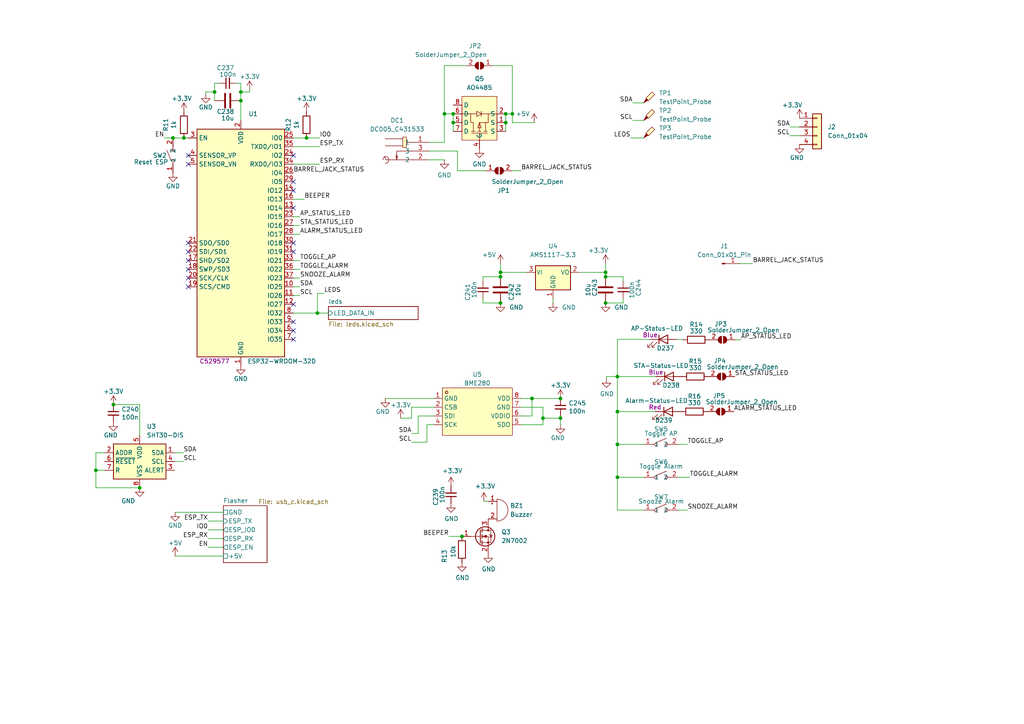
<source format=kicad_sch>
(kicad_sch (version 20230121) (generator eeschema)
  (paper "A4")
  (lib_symbols
    (symbol "Connector:Conn_01x01_Pin" (pin_names (offset 1.016) hide)
      (property "Reference" "J" (at 0 2.54 0))
      (property "Value" "Conn_01x01_Pin" (at 0 -2.54 0))
      (symbol "Conn_01x01_Pin_1_1"
        (polyline (pts (xy 1.27 0) (xy 0.8636 0)) (stroke (width 0.1524)))
        (rectangle (start 0.8636 0.127) (end 0 -0.127) (stroke (width 0.1524)) (fill (type outline)))
        (pin passive line (at 5.08 0 180) (length 3.81) (name "Pin_1") (number "1"))
      )
    )
    (symbol "Connector:TestPoint_Probe" (pin_numbers hide) (pin_names (offset 0.762) hide)
      (property "Reference" "TP" (at 1.651 5.842 0))
      (property "Value" "TestPoint_Probe" (at 1.651 4.064 0))
      (symbol "TestPoint_Probe_0_1"
        (polyline (pts (xy 1.27 0.762) (xy 0 0) (xy 0.762 1.27) (xy 1.27 0.762)) (fill (type outline)))
        (polyline (pts (xy 1.397 0.635) (xy 0.635 1.397) (xy 2.413 3.175) (xy 3.175 2.413) (xy 1.397 0.635)) (fill (type background)))
      )
      (symbol "TestPoint_Probe_1_1"
        (pin passive line (at 0 0 90) (length 0) (name "1") (number "1"))
      )
    )
    (symbol "Connector_Generic:Conn_01x04" (pin_names (offset 1.016) hide)
      (property "Reference" "J" (at 0 5.08 0))
      (property "Value" "Conn_01x04" (at 0 -7.62 0))
      (symbol "Conn_01x04_1_1"
        (rectangle (start -1.27 -4.953) (end 0 -5.207) (stroke (width 0.1524)))
        (rectangle (start -1.27 -2.413) (end 0 -2.667) (stroke (width 0.1524)))
        (rectangle (start -1.27 0.127) (end 0 -0.127) (stroke (width 0.1524)))
        (rectangle (start -1.27 2.667) (end 0 2.413) (stroke (width 0.1524)))
        (rectangle (start -1.27 3.81) (end 1.27 -6.35) (stroke (width 0.254)) (fill (type background)))
        (pin passive line (at -5.08 2.54 0) (length 3.81) (name "Pin_1") (number "1"))
        (pin passive line (at -5.08 0 0) (length 3.81) (name "Pin_2") (number "2"))
        (pin passive line (at -5.08 -2.54 0) (length 3.81) (name "Pin_3") (number "3"))
        (pin passive line (at -5.08 -5.08 0) (length 3.81) (name "Pin_4") (number "4"))
      )
    )
    (symbol "Device:Buzzer" (pin_names (offset 0.0254) hide)
      (property "Reference" "BZ" (at 3.81 1.27 0))
      (property "Value" "Buzzer" (at 3.81 -1.27 0))
      (symbol "Buzzer_0_1"
        (arc (start 0 -3.175) (mid 3.1612 0) (end 0 3.175))
        (polyline (pts (xy -1.651 1.905) (xy -1.143 1.905)))
        (polyline (pts (xy -1.397 2.159) (xy -1.397 1.651)))
        (polyline (pts (xy 0 3.175) (xy 0 -3.175)))
      )
      (symbol "Buzzer_1_1"
        (pin passive line (at -2.54 2.54 0) (length 2.54) (name "-") (number "1"))
        (pin passive line (at -2.54 -2.54 0) (length 2.54) (name "+") (number "2"))
      )
    )
    (symbol "Device:C" (pin_numbers hide) (pin_names (offset 0.254))
      (property "Reference" "C" (at 0.635 2.54 0))
      (property "Value" "C" (at 0.635 -2.54 0))
      (symbol "C_0_1"
        (polyline (pts (xy -2.032 -0.762) (xy 2.032 -0.762)) (stroke (width 0.508)))
        (polyline (pts (xy -2.032 0.762) (xy 2.032 0.762)) (stroke (width 0.508)))
      )
      (symbol "C_1_1"
        (pin passive line (at 0 3.81 270) (length 2.794) (name "~") (number "1"))
        (pin passive line (at 0 -3.81 90) (length 2.794) (name "~") (number "2"))
      )
    )
    (symbol "Device:C_Small" (pin_numbers hide) (pin_names (offset 0.254) hide)
      (property "Reference" "C" (at 0.254 1.778 0))
      (property "Value" "C_Small" (at 0.254 -2.032 0))
      (symbol "C_Small_0_1"
        (polyline (pts (xy -1.524 -0.508) (xy 1.524 -0.508)) (stroke (width 0.3302)))
        (polyline (pts (xy -1.524 0.508) (xy 1.524 0.508)) (stroke (width 0.3048)))
      )
      (symbol "C_Small_1_1"
        (pin passive line (at 0 2.54 270) (length 2.032) (name "~") (number "1"))
        (pin passive line (at 0 -2.54 90) (length 2.032) (name "~") (number "2"))
      )
    )
    (symbol "Device:LED" (pin_numbers hide) (pin_names (offset 1.016) hide)
      (property "Reference" "D" (at 0 2.54 0))
      (property "Value" "LED" (at 0 -2.54 0))
      (symbol "LED_0_1"
        (polyline (pts (xy -1.27 -1.27) (xy -1.27 1.27)) (stroke (width 0.254)))
        (polyline (pts (xy -1.27 0) (xy 1.27 0)))
        (polyline (pts (xy 1.27 -1.27) (xy 1.27 1.27) (xy -1.27 0) (xy 1.27 -1.27)) (stroke (width 0.254)))
        (polyline (pts (xy -3.048 -0.762) (xy -4.572 -2.286) (xy -3.81 -2.286) (xy -4.572 -2.286) (xy -4.572 -1.524)))
        (polyline (pts (xy -1.778 -0.762) (xy -3.302 -2.286) (xy -2.54 -2.286) (xy -3.302 -2.286) (xy -3.302 -1.524)))
      )
      (symbol "LED_1_1"
        (pin passive line (at -3.81 0 0) (length 2.54) (name "K") (number "1"))
        (pin passive line (at 3.81 0 180) (length 2.54) (name "A") (number "2"))
      )
    )
    (symbol "Device:R" (pin_numbers hide) (pin_names (offset 0))
      (property "Reference" "R" (at 2.032 0 90))
      (property "Value" "R" (at 0 0 90))
      (symbol "R_0_1"
        (rectangle (start -1.016 -2.54) (end 1.016 2.54) (stroke (width 0.254)))
      )
      (symbol "R_1_1"
        (pin passive line (at 0 3.81 270) (length 1.27) (name "~") (number "1"))
        (pin passive line (at 0 -3.81 90) (length 1.27) (name "~") (number "2"))
      )
    )
    (symbol "Jumper:SolderJumper_2_Open" (pin_names (offset 0) hide)
      (property "Reference" "JP" (at 0 2.032 0))
      (property "Value" "SolderJumper_2_Open" (at 0 -2.54 0))
      (symbol "SolderJumper_2_Open_0_1"
        (arc (start -0.254 1.016) (mid -1.2656 0) (end -0.254 -1.016))
        (arc (start -0.254 1.016) (mid -1.2656 0) (end -0.254 -1.016) (fill (type outline)))
        (polyline (pts (xy -0.254 1.016) (xy -0.254 -1.016)))
        (polyline (pts (xy 0.254 1.016) (xy 0.254 -1.016)))
        (arc (start 0.254 -1.016) (mid 1.2656 0) (end 0.254 1.016))
        (arc (start 0.254 -1.016) (mid 1.2656 0) (end 0.254 1.016) (fill (type outline)))
      )
      (symbol "SolderJumper_2_Open_1_1"
        (pin passive line (at -3.81 0 0) (length 2.54) (name "A") (number "1"))
        (pin passive line (at 3.81 0 180) (length 2.54) (name "B") (number "2"))
      )
    )
    (symbol "RF_Module:ESP32-WROOM-32D"
      (property "Reference" "U" (at -12.7 34.29 0))
      (property "Value" "ESP32-WROOM-32D" (at 1.27 34.29 0))
      (symbol "ESP32-WROOM-32D_0_1"
        (rectangle (start -12.7 33.02) (end 12.7 -33.02) (stroke (width 0.254)) (fill (type background)))
      )
      (symbol "ESP32-WROOM-32D_1_1"
        (pin power_in line (at 0 -35.56 90) (length 2.54) (name "GND") (number "1"))
        (pin bidirectional line (at 15.24 -12.7 180) (length 2.54) (name "IO25") (number "10"))
        (pin bidirectional line (at 15.24 -15.24 180) (length 2.54) (name "IO26") (number "11"))
        (pin bidirectional line (at 15.24 -17.78 180) (length 2.54) (name "IO27") (number "12"))
        (pin bidirectional line (at 15.24 10.16 180) (length 2.54) (name "IO14") (number "13"))
        (pin bidirectional line (at 15.24 15.24 180) (length 2.54) (name "IO12") (number "14"))
        (pin passive line (at 0 -35.56 90) (length 2.54) hide (name "GND") (number "15"))
        (pin bidirectional line (at 15.24 12.7 180) (length 2.54) (name "IO13") (number "16"))
        (pin bidirectional line (at -15.24 -5.08 0) (length 2.54) (name "SHD/SD2") (number "17"))
        (pin bidirectional line (at -15.24 -7.62 0) (length 2.54) (name "SWP/SD3") (number "18"))
        (pin bidirectional line (at -15.24 -12.7 0) (length 2.54) (name "SCS/CMD") (number "19"))
        (pin power_in line (at 0 35.56 270) (length 2.54) (name "VDD") (number "2"))
        (pin bidirectional line (at -15.24 -10.16 0) (length 2.54) (name "SCK/CLK") (number "20"))
        (pin bidirectional line (at -15.24 0 0) (length 2.54) (name "SDO/SD0") (number "21"))
        (pin bidirectional line (at -15.24 -2.54 0) (length 2.54) (name "SDI/SD1") (number "22"))
        (pin bidirectional line (at 15.24 7.62 180) (length 2.54) (name "IO15") (number "23"))
        (pin bidirectional line (at 15.24 25.4 180) (length 2.54) (name "IO2") (number "24"))
        (pin bidirectional line (at 15.24 30.48 180) (length 2.54) (name "IO0") (number "25"))
        (pin bidirectional line (at 15.24 20.32 180) (length 2.54) (name "IO4") (number "26"))
        (pin bidirectional line (at 15.24 5.08 180) (length 2.54) (name "IO16") (number "27"))
        (pin bidirectional line (at 15.24 2.54 180) (length 2.54) (name "IO17") (number "28"))
        (pin bidirectional line (at 15.24 17.78 180) (length 2.54) (name "IO5") (number "29"))
        (pin input line (at -15.24 30.48 0) (length 2.54) (name "EN") (number "3"))
        (pin bidirectional line (at 15.24 0 180) (length 2.54) (name "IO18") (number "30"))
        (pin bidirectional line (at 15.24 -2.54 180) (length 2.54) (name "IO19") (number "31"))
        (pin no_connect line (at -12.7 -27.94 0) (length 2.54) hide (name "NC") (number "32"))
        (pin bidirectional line (at 15.24 -5.08 180) (length 2.54) (name "IO21") (number "33"))
        (pin bidirectional line (at 15.24 22.86 180) (length 2.54) (name "RXD0/IO3") (number "34"))
        (pin bidirectional line (at 15.24 27.94 180) (length 2.54) (name "TXD0/IO1") (number "35"))
        (pin bidirectional line (at 15.24 -7.62 180) (length 2.54) (name "IO22") (number "36"))
        (pin bidirectional line (at 15.24 -10.16 180) (length 2.54) (name "IO23") (number "37"))
        (pin passive line (at 0 -35.56 90) (length 2.54) hide (name "GND") (number "38"))
        (pin passive line (at 0 -35.56 90) (length 2.54) hide (name "GND") (number "39"))
        (pin input line (at -15.24 25.4 0) (length 2.54) (name "SENSOR_VP") (number "4"))
        (pin input line (at -15.24 22.86 0) (length 2.54) (name "SENSOR_VN") (number "5"))
        (pin input line (at 15.24 -25.4 180) (length 2.54) (name "IO34") (number "6"))
        (pin input line (at 15.24 -27.94 180) (length 2.54) (name "IO35") (number "7"))
        (pin bidirectional line (at 15.24 -20.32 180) (length 2.54) (name "IO32") (number "8"))
        (pin bidirectional line (at 15.24 -22.86 180) (length 2.54) (name "IO33") (number "9"))
      )
    )
    (symbol "Regulator_Linear:AMS1117-3.3" (pin_names (offset 0.254))
      (property "Reference" "U" (at -3.81 3.175 0))
      (property "Value" "AMS1117-3.3" (at 0 3.175 0))
      (symbol "AMS1117-3.3_0_1"
        (rectangle (start -5.08 -5.08) (end 5.08 1.905) (stroke (width 0.254)) (fill (type background)))
      )
      (symbol "AMS1117-3.3_1_1"
        (pin power_in line (at 0 -7.62 90) (length 2.54) (name "GND") (number "1"))
        (pin power_out line (at 7.62 0 180) (length 2.54) (name "VO") (number "2"))
        (pin power_in line (at -7.62 0 0) (length 2.54) (name "VI") (number "3"))
      )
    )
    (symbol "Sensor_Humidity:SHT30-DIS"
      (property "Reference" "U" (at -6.35 6.35 0))
      (property "Value" "SHT30-DIS" (at 6.35 6.35 0))
      (symbol "SHT30-DIS_0_1"
        (rectangle (start -7.62 5.08) (end 7.62 -5.08) (stroke (width 0.254)) (fill (type background)))
      )
      (symbol "SHT30-DIS_1_1"
        (pin bidirectional line (at 10.16 2.54 180) (length 2.54) (name "SDA") (number "1"))
        (pin input line (at -10.16 2.54 0) (length 2.54) (name "ADDR") (number "2"))
        (pin output line (at 10.16 -2.54 180) (length 2.54) (name "ALERT") (number "3"))
        (pin input line (at 10.16 0 180) (length 2.54) (name "SCL") (number "4"))
        (pin power_in line (at 0 7.62 270) (length 2.54) (name "VDD") (number "5"))
        (pin input line (at -10.16 0 0) (length 2.54) (name "~{RESET}") (number "6"))
        (pin passive line (at -10.16 -2.54 0) (length 2.54) (name "R") (number "7"))
        (pin power_in line (at 0 -7.62 90) (length 2.54) (name "VSS") (number "8"))
        (pin passive line (at 0 -7.62 90) (length 2.54) hide (name "VSS") (number "9"))
      )
    )
    (symbol "Transistor_FET:2N7002" (pin_names hide)
      (property "Reference" "Q" (at 5.08 1.905 0))
      (property "Value" "2N7002" (at 5.08 0 0))
      (symbol "2N7002_0_1"
        (polyline (pts (xy 0.254 0) (xy -2.54 0)))
        (polyline (pts (xy 0.254 1.905) (xy 0.254 -1.905)) (stroke (width 0.254)))
        (polyline (pts (xy 0.762 -1.27) (xy 0.762 -2.286)) (stroke (width 0.254)))
        (polyline (pts (xy 0.762 0.508) (xy 0.762 -0.508)) (stroke (width 0.254)))
        (polyline (pts (xy 0.762 2.286) (xy 0.762 1.27)) (stroke (width 0.254)))
        (polyline (pts (xy 2.54 2.54) (xy 2.54 1.778)))
        (polyline (pts (xy 2.54 -2.54) (xy 2.54 0) (xy 0.762 0)))
        (polyline (pts (xy 0.762 -1.778) (xy 3.302 -1.778) (xy 3.302 1.778) (xy 0.762 1.778)))
        (polyline (pts (xy 1.016 0) (xy 2.032 0.381) (xy 2.032 -0.381) (xy 1.016 0)) (fill (type outline)))
        (polyline (pts (xy 2.794 0.508) (xy 2.921 0.381) (xy 3.683 0.381) (xy 3.81 0.254)))
        (polyline (pts (xy 3.302 0.381) (xy 2.921 -0.254) (xy 3.683 -0.254) (xy 3.302 0.381)))
        (circle (center 1.651 0) (radius 2.794) (stroke (width 0.254)))
        (circle (center 2.54 -1.778) (radius 0.254) (fill (type outline)))
        (circle (center 2.54 1.778) (radius 0.254) (fill (type outline)))
      )
      (symbol "2N7002_1_1"
        (pin input line (at -5.08 0 0) (length 2.54) (name "G") (number "1"))
        (pin passive line (at 2.54 -5.08 90) (length 2.54) (name "S") (number "2"))
        (pin passive line (at 2.54 5.08 270) (length 2.54) (name "D") (number "3"))
      )
    )
    (symbol "barrel_jack:DC005_C431533"
      (property "Reference" "DC" (at 0 7.62 0))
      (property "Value" "DC005_C431533" (at 0 -7.62 0))
      (symbol "DC005_C431533_0_1"
        (arc (start -7.62 -3.56) (mid -6.6379 -2.54) (end -7.62 -1.52))
        (rectangle (start -2.54 4.06) (end -1.52 1.02) (fill (type background)))
        (polyline (pts (xy -4.32 -2.54) (xy -4.06 -1.27)))
        (polyline (pts (xy -2.54 1.52) (xy -7.62 1.52)))
        (polyline (pts (xy -2.54 3.56) (xy -7.62 3.56)))
        (polyline (pts (xy 0 2.54) (xy -1.52 2.54)))
        (polyline (pts (xy 0 -2.54) (xy -7.37 -2.54) (xy -7.87 -1.52) (xy -8.38 -2.54)))
        (polyline (pts (xy 0 0) (xy -4.32 0) (xy -4.32 -2.54) (xy -4.57 -1.27)))
        (pin unspecified line (at 5.08 2.54 180) (length 5.08) (name "1") (number "1"))
        (pin unspecified line (at 5.08 -2.54 180) (length 5.08) (name "2") (number "2"))
        (pin unspecified line (at 5.08 0 180) (length 5.08) (name "3") (number "3"))
      )
    )
    (symbol "bme280:BME280"
      (property "Reference" "U" (at 0 8.89 0))
      (property "Value" "BME280" (at 0 -8.89 0))
      (symbol "BME280_0_1"
        (rectangle (start -10.16 6.86) (end 10.16 -6.86) (fill (type background)))
        (circle (center -8.89 5.59) (radius 0.38))
        (circle (center -8.89 5.59) (radius 0.38))
        (pin unspecified line (at -12.7 3.81 0) (length 2.54) (name "GND") (number "1"))
        (pin unspecified line (at -12.7 1.27 0) (length 2.54) (name "CSB") (number "2"))
        (pin unspecified line (at -12.7 -1.27 0) (length 2.54) (name "SDI") (number "3"))
        (pin unspecified line (at -12.7 -3.81 0) (length 2.54) (name "SCK") (number "4"))
        (pin unspecified line (at 12.7 -3.81 180) (length 2.54) (name "SDO") (number "5"))
        (pin unspecified line (at 12.7 -1.27 180) (length 2.54) (name "VDDIO") (number "6"))
        (pin unspecified line (at 12.7 1.27 180) (length 2.54) (name "GND") (number "7"))
        (pin unspecified line (at 12.7 3.81 180) (length 2.54) (name "VDD") (number "8"))
      )
    )
    (symbol "power:+3.3V" (power) (pin_names (offset 0))
      (property "Value" "+3.3V" (at 0 3.556 0))
      (symbol "+3.3V_0_1"
        (polyline (pts (xy -0.762 1.27) (xy 0 2.54)))
        (polyline (pts (xy 0 0) (xy 0 2.54)))
        (polyline (pts (xy 0 2.54) (xy 0.762 1.27)))
      )
      (symbol "+3.3V_1_1"
        (pin power_in line (at 0 0 90) (length 0) hide (name "+3.3V") (number "1"))
      )
    )
    (symbol "power:+5V" (power) (pin_names (offset 0))
      (property "Value" "+5V" (at 0 3.556 0))
      (symbol "+5V_0_1"
        (polyline (pts (xy -0.762 1.27) (xy 0 2.54)))
        (polyline (pts (xy 0 0) (xy 0 2.54)))
        (polyline (pts (xy 0 2.54) (xy 0.762 1.27)))
      )
      (symbol "+5V_1_1"
        (pin power_in line (at 0 0 90) (length 0) hide (name "+5V") (number "1"))
      )
    )
    (symbol "power:GND" (power) (pin_names (offset 0))
      (property "Value" "GND" (at 0 -3.81 0))
      (symbol "GND_0_1"
        (polyline (pts (xy 0 0) (xy 0 -1.27) (xy 1.27 -1.27) (xy 0 -2.54) (xy -1.27 -1.27) (xy 0 -1.27)))
      )
      (symbol "GND_1_1"
        (pin power_in line (at 0 0 270) (length 0) hide (name "GND") (number "1"))
      )
    )
    (symbol "reverse_polarity_diode:AO4485"
      (property "Reference" "Q" (at 0 12.7 0))
      (property "Value" "AO4485" (at 0 -12.7 0))
      (symbol "AO4485_0_1"
        (rectangle (start -5.08 5.08) (end 7.62 -5.08) (fill (type background)))
        (polyline (pts (xy -5.08 0) (xy -3.05 0)))
        (polyline (pts (xy -3.05 2.29) (xy -3.05 -2.29)))
        (polyline (pts (xy -2.54 -2.29) (xy -2.54 -1.27)))
        (polyline (pts (xy -2.54 -0.51) (xy -2.54 0.51)))
        (polyline (pts (xy -2.54 1.27) (xy -2.54 2.29)))
        (polyline (pts (xy 0 -1.78) (xy -2.54 -1.78)))
        (polyline (pts (xy 0 1.78) (xy -2.54 1.78)))
        (polyline (pts (xy 2.54 -5.08) (xy -2.54 -5.08)))
        (polyline (pts (xy 2.54 -5.08) (xy 2.54 -2.54)))
        (polyline (pts (xy 2.54 2.54) (xy 2.54 5.08)))
        (polyline (pts (xy 5.08 5.08) (xy -2.54 5.08)))
        (polyline (pts (xy -2.54 0) (xy 0 0) (xy 0 -2.54)))
        (polyline (pts (xy 0 -2.54) (xy 2.54 -2.54) (xy 2.54 -0.51)))
        (polyline (pts (xy 0 0) (xy -1.52 0.51) (xy -1.52 -0.51) (xy 0 0)) (fill (type background)))
        (polyline (pts (xy 0 1.78) (xy 0 2.54) (xy 2.54 2.54) (xy 2.54 0.76)))
        (polyline (pts (xy 2.54 -0.51) (xy 3.3 0.76) (xy 1.78 0.76) (xy 2.54 -0.51)) (fill (type background)))
        (polyline (pts (xy 3.3 -0.51) (xy 3.05 -0.51) (xy 2.03 -0.51) (xy 1.78 -0.51)))
        (pin unspecified line (at 0 -7.62 90) (length 2.54) (name "S") (number "1"))
        (pin unspecified line (at 2.54 -7.62 90) (length 2.54) (name "S") (number "2"))
        (pin unspecified line (at -2.54 -7.62 90) (length 2.54) (name "S") (number "3"))
        (pin unspecified line (at -7.62 0 0) (length 2.54) (name "G") (number "4"))
        (pin unspecified line (at 0 7.62 270) (length 2.54) (name "D") (number "5"))
        (pin unspecified line (at 2.54 7.62 270) (length 2.54) (name "D") (number "6"))
        (pin unspecified line (at -2.54 7.62 270) (length 2.54) (name "D") (number "7"))
        (pin unspecified line (at 5.08 7.62 270) (length 2.54) (name "D") (number "8"))
      )
    )
    (symbol "tactile_button:TS-1088R-02026"
      (property "Reference" "SW" (at 0 5.08 0))
      (property "Value" "TS-1088R-02026" (at 0 -5.08 0))
      (symbol "TS-1088R-02026_0_1"
        (circle (center -1.52 0) (radius 0.38))
        (polyline (pts (xy -2.03 0) (xy -2.54 0)))
        (polyline (pts (xy -1.52 0.51) (xy 1.52 1.78)))
        (polyline (pts (xy 2.03 0) (xy 2.54 0)))
        (circle (center 1.52 0) (radius 0.38))
        (pin unspecified line (at -5.08 0 0) (length 2.54) (name "1") (number "1"))
        (pin unspecified line (at 5.08 0 180) (length 2.54) (name "2") (number "2"))
      )
    )
  )
  (junction (at 179.07 109.22))
  (junction (at 157.48 121.285))
  (junction (at 145.161 87.884))
  (junction (at 175.641 80.264))
  (junction (at 131.445 35.56))
  (junction (at 145.161 80.264))
  (junction (at 162.56 121.285))
  (junction (at 133.985 155.575))
  (junction (at 146.685 33.02))
  (junction (at 146.685 35.56))
  (junction (at 27.813 136.398))
  (junction (at 88.9 40.005))
  (junction (at 32.893 117.348))
  (junction (at 131.445 33.02))
  (junction (at 128.905 33.02))
  (junction (at 179.07 138.43))
  (junction (at 154.305 115.57))
  (junction (at 62.23 26.67))
  (junction (at 175.641 87.884))
  (junction (at 92.075 90.805))
  (junction (at 69.85 26.67))
  (junction (at 179.07 128.905))
  (junction (at 162.56 115.57))
  (junction (at 148.59 33.02))
  (junction (at 145.161 78.994))
  (junction (at 40.513 141.478))
  (junction (at 53.34 40.005))
  (junction (at 50.165 40.005))
  (junction (at 179.07 119.38))
  (junction (at 175.641 78.994))
  (junction (at 69.85 29.21))
  (no_connect (at 85.09 88.265))
  (no_connect (at 54.61 70.485))
  (no_connect (at 54.61 78.105))
  (no_connect (at 85.09 70.485))
  (no_connect (at 85.09 73.025))
  (no_connect (at 54.61 47.625))
  (no_connect (at 54.61 73.025))
  (no_connect (at 85.09 52.705))
  (no_connect (at 54.61 83.185))
  (no_connect (at 85.09 55.245))
  (no_connect (at 85.09 60.325))
  (no_connect (at 54.61 45.085))
  (no_connect (at 54.61 80.645))
  (no_connect (at 85.09 98.425))
  (no_connect (at 54.61 75.565))
  (no_connect (at 85.09 93.345))
  (no_connect (at 85.09 95.885))
  (no_connect (at 85.09 45.085))
  (wire (pts (xy 27.813 131.318) (xy 27.813 136.398)))
  (wire (pts (xy 85.09 83.185) (xy 86.995 83.185)))
  (wire (pts (xy 85.09 57.785) (xy 88.265 57.785)))
  (wire (pts (xy 50.673 133.858) (xy 53.213 133.858)))
  (wire (pts (xy 69.85 24.13) (xy 69.85 26.67)))
  (wire (pts (xy 121.285 125.73) (xy 119.38 125.73)))
  (wire (pts (xy 186.69 128.905) (xy 179.07 128.905)))
  (wire (pts (xy 130.175 155.575) (xy 133.985 155.575)))
  (wire (pts (xy 157.48 118.11) (xy 157.48 121.285)))
  (wire (pts (xy 179.07 119.38) (xy 189.992 119.38)))
  (wire (pts (xy 180.721 80.264) (xy 180.721 81.534)))
  (wire (pts (xy 183.515 29.845) (xy 186.69 29.845)))
  (wire (pts (xy 121.285 120.65) (xy 121.285 125.73)))
  (wire (pts (xy 214.503 76.454) (xy 218.313 76.454)))
  (wire (pts (xy 32.893 117.348) (xy 40.513 117.348)))
  (wire (pts (xy 85.09 85.725) (xy 86.995 85.725)))
  (wire (pts (xy 179.07 109.22) (xy 179.07 119.38)))
  (wire (pts (xy 123.825 128.27) (xy 123.825 123.19)))
  (wire (pts (xy 60.325 153.67) (xy 64.77 153.67)))
  (wire (pts (xy 85.09 47.625) (xy 92.71 47.625)))
  (wire (pts (xy 179.07 119.38) (xy 179.07 128.905)))
  (wire (pts (xy 72.39 26.035) (xy 72.39 26.67)))
  (wire (pts (xy 62.23 24.13) (xy 62.23 26.67)))
  (wire (pts (xy 69.85 29.21) (xy 69.85 34.925)))
  (wire (pts (xy 183.515 34.925) (xy 186.69 34.925)))
  (wire (pts (xy 86.995 75.565) (xy 85.09 75.565)))
  (wire (pts (xy 175.641 76.454) (xy 175.641 78.994)))
  (wire (pts (xy 119.38 128.27) (xy 123.825 128.27)))
  (wire (pts (xy 151.13 123.19) (xy 157.48 123.19)))
  (wire (pts (xy 60.325 151.13) (xy 64.77 151.13)))
  (wire (pts (xy 179.07 138.43) (xy 186.69 138.43)))
  (wire (pts (xy 162.56 121.285) (xy 162.56 120.65)))
  (wire (pts (xy 154.305 115.57) (xy 162.56 115.57)))
  (wire (pts (xy 131.445 33.02) (xy 131.445 35.56)))
  (wire (pts (xy 27.813 141.478) (xy 40.513 141.478)))
  (wire (pts (xy 148.59 33.02) (xy 148.59 35.56)))
  (wire (pts (xy 88.9 40.005) (xy 92.71 40.005)))
  (wire (pts (xy 60.325 158.75) (xy 64.77 158.75)))
  (wire (pts (xy 50.8 148.59) (xy 64.77 148.59)))
  (wire (pts (xy 180.721 86.614) (xy 180.721 87.884)))
  (wire (pts (xy 198.12 98.425) (xy 196.215 98.425)))
  (wire (pts (xy 175.895 109.22) (xy 179.07 109.22)))
  (wire (pts (xy 86.995 67.945) (xy 85.09 67.945)))
  (wire (pts (xy 30.353 131.318) (xy 27.813 131.318)))
  (wire (pts (xy 175.641 78.994) (xy 175.641 80.264)))
  (wire (pts (xy 119.38 121.285) (xy 119.38 118.11)))
  (wire (pts (xy 60.325 156.21) (xy 64.77 156.21)))
  (wire (pts (xy 148.59 35.56) (xy 154.94 35.56)))
  (wire (pts (xy 146.685 33.02) (xy 146.685 35.56)))
  (wire (pts (xy 111.76 115.57) (xy 125.73 115.57)))
  (wire (pts (xy 128.905 33.02) (xy 128.905 41.275)))
  (wire (pts (xy 145.161 78.994) (xy 145.161 80.264)))
  (wire (pts (xy 146.685 33.02) (xy 148.59 33.02)))
  (wire (pts (xy 128.905 19.05) (xy 135.255 19.05)))
  (wire (pts (xy 151.13 118.11) (xy 157.48 118.11)))
  (wire (pts (xy 86.995 65.405) (xy 85.09 65.405)))
  (wire (pts (xy 63.5 24.13) (xy 62.23 24.13)))
  (wire (pts (xy 72.39 26.67) (xy 69.85 26.67)))
  (wire (pts (xy 140.081 87.884) (xy 145.161 87.884)))
  (wire (pts (xy 140.335 145.415) (xy 141.605 145.415)))
  (wire (pts (xy 196.85 128.905) (xy 199.39 128.905)))
  (wire (pts (xy 148.59 49.53) (xy 151.13 49.53)))
  (wire (pts (xy 175.641 80.264) (xy 180.721 80.264)))
  (wire (pts (xy 50.8 161.29) (xy 64.77 161.29)))
  (wire (pts (xy 213.36 98.552) (xy 214.884 98.552)))
  (wire (pts (xy 69.85 26.67) (xy 69.85 29.21)))
  (wire (pts (xy 229.108 36.83) (xy 231.902 36.83)))
  (wire (pts (xy 132.715 49.53) (xy 132.715 43.815)))
  (wire (pts (xy 47.625 40.005) (xy 50.165 40.005)))
  (wire (pts (xy 50.165 40.005) (xy 53.34 40.005)))
  (wire (pts (xy 132.715 43.815) (xy 124.46 43.815)))
  (wire (pts (xy 119.38 118.11) (xy 125.73 118.11)))
  (wire (pts (xy 168.021 78.994) (xy 175.641 78.994)))
  (wire (pts (xy 53.34 40.005) (xy 54.61 40.005)))
  (wire (pts (xy 27.813 136.398) (xy 27.813 141.478)))
  (wire (pts (xy 27.813 136.398) (xy 30.353 136.398)))
  (wire (pts (xy 92.075 90.805) (xy 95.25 90.805)))
  (wire (pts (xy 59.69 27.305) (xy 59.69 26.67)))
  (wire (pts (xy 85.09 40.005) (xy 88.9 40.005)))
  (wire (pts (xy 175.641 87.884) (xy 180.721 87.884)))
  (wire (pts (xy 157.48 121.285) (xy 157.48 123.19)))
  (wire (pts (xy 140.081 80.264) (xy 145.161 80.264)))
  (wire (pts (xy 179.07 98.425) (xy 179.07 109.22)))
  (wire (pts (xy 179.07 147.955) (xy 186.69 147.955)))
  (wire (pts (xy 154.305 120.65) (xy 154.305 115.57)))
  (wire (pts (xy 128.905 33.02) (xy 131.445 33.02)))
  (wire (pts (xy 131.445 35.56) (xy 131.445 38.1)))
  (wire (pts (xy 140.081 86.614) (xy 140.081 87.884)))
  (wire (pts (xy 162.56 121.285) (xy 162.56 123.19)))
  (wire (pts (xy 146.685 35.56) (xy 146.685 38.1)))
  (wire (pts (xy 124.46 41.275) (xy 128.905 41.275)))
  (wire (pts (xy 140.081 80.264) (xy 140.081 81.534)))
  (wire (pts (xy 85.09 90.805) (xy 92.075 90.805)))
  (wire (pts (xy 93.98 85.09) (xy 92.075 85.09)))
  (wire (pts (xy 116.205 121.285) (xy 119.38 121.285)))
  (wire (pts (xy 157.48 121.285) (xy 162.56 121.285)))
  (wire (pts (xy 145.161 76.454) (xy 145.161 78.994)))
  (wire (pts (xy 179.07 128.905) (xy 179.07 138.43)))
  (wire (pts (xy 40.513 117.348) (xy 40.513 126.238)))
  (wire (pts (xy 142.875 19.05) (xy 148.59 19.05)))
  (wire (pts (xy 132.715 49.53) (xy 140.97 49.53)))
  (wire (pts (xy 175.895 109.855) (xy 175.895 109.22)))
  (wire (pts (xy 92.075 85.09) (xy 92.075 90.805)))
  (wire (pts (xy 59.69 26.67) (xy 62.23 26.67)))
  (wire (pts (xy 151.13 115.57) (xy 154.305 115.57)))
  (wire (pts (xy 198.12 98.552) (xy 198.12 98.425)))
  (wire (pts (xy 86.995 80.645) (xy 85.09 80.645)))
  (wire (pts (xy 86.995 62.865) (xy 85.09 62.865)))
  (wire (pts (xy 145.161 78.994) (xy 152.781 78.994)))
  (wire (pts (xy 86.995 78.105) (xy 85.09 78.105)))
  (wire (pts (xy 151.13 120.65) (xy 154.305 120.65)))
  (wire (pts (xy 68.58 24.13) (xy 69.85 24.13)))
  (wire (pts (xy 85.09 42.545) (xy 92.71 42.545)))
  (wire (pts (xy 125.73 120.65) (xy 121.285 120.65)))
  (wire (pts (xy 62.23 26.67) (xy 62.23 29.21)))
  (wire (pts (xy 53.213 131.318) (xy 50.673 131.318)))
  (wire (pts (xy 188.595 98.425) (xy 179.07 98.425)))
  (wire (pts (xy 160.401 87.884) (xy 160.401 86.614)))
  (wire (pts (xy 179.07 109.22) (xy 190.246 109.22)))
  (wire (pts (xy 196.85 147.955) (xy 199.39 147.955)))
  (wire (pts (xy 148.59 19.05) (xy 148.59 33.02)))
  (wire (pts (xy 229.108 39.37) (xy 231.902 39.37)))
  (wire (pts (xy 128.905 19.05) (xy 128.905 33.02)))
  (wire (pts (xy 196.85 138.43) (xy 200.025 138.43)))
  (wire (pts (xy 179.07 138.43) (xy 179.07 147.955)))
  (wire (pts (xy 123.825 123.19) (xy 125.73 123.19)))
  (wire (pts (xy 124.46 46.355) (xy 128.905 46.355)))
  (wire (pts (xy 182.88 40.005) (xy 186.69 40.005)))
  (label "BARREL_JACK_STATUS" (at 218.313 76.454 0))
  (label "TOGGLE_ALARM" (at 200.025 138.43 0))
  (label "TOGGLE_ALARM" (at 86.995 78.105 0))
  (label "AP_STATUS_LED" (at 214.884 98.552 0))
  (label "IO0" (at 60.325 153.67 180))
  (label "BEEPER" (at 88.265 57.785 0))
  (label "TOGGLE_AP" (at 199.39 128.905 0))
  (label "SCL" (at 53.213 133.858 0))
  (label "STA_STATUS_LED" (at 213.106 109.22 0))
  (label "ALARM_STATUS_LED" (at 86.995 67.945 0))
  (label "ESP_TX" (at 92.71 42.545 0))
  (label "EN" (at 47.625 40.005 180))
  (label "EN" (at 60.325 158.75 180))
  (label "SDA" (at 53.213 131.318 0))
  (label "BARREL_JACK_STATUS" (at 85.09 50.165 0))
  (label "SCL" (at 229.108 39.37 180))
  (label "SCL" (at 183.515 34.925 180))
  (label "ESP_RX" (at 60.325 156.21 180))
  (label "SNOOZE_ALARM" (at 199.39 147.955 0))
  (label "LEDS" (at 93.98 85.09 0))
  (label "IO0" (at 92.71 40.005 0))
  (label "ESP_RX" (at 92.71 47.625 0))
  (label "TOGGLE_AP" (at 86.995 75.565 0))
  (label "ALARM_STATUS_LED" (at 212.852 119.38 0))
  (label "SNOOZE_ALARM" (at 86.995 80.645 0))
  (label "SDA" (at 183.515 29.845 180))
  (label "BEEPER" (at 130.175 155.575 180))
  (label "SDA" (at 119.38 125.73 180))
  (label "SDA" (at 229.108 36.83 180))
  (label "AP_STATUS_LED" (at 86.995 62.865 0))
  (label "SCL" (at 119.38 128.27 180))
  (label "LEDS" (at 182.88 40.005 180))
  (label "STA_STATUS_LED" (at 86.995 65.405 0))
  (label "BARREL_JACK_STATUS" (at 151.13 49.53 0))
  (label "ESP_TX" (at 60.325 151.13 180))
  (label "SCL" (at 86.995 85.725 0))
  (label "SDA" (at 86.995 83.185 0))
  (symbol (lib_id "Connector_Generic:Conn_01x04") (at 236.982 36.83 0) (unit 1)
    (property "Reference" "J2" (at 240.03 36.83 0) (effects (justify left)))
    (property "Value" "Conn_01x04" (at 240.03 39.37 0) (effects (justify left)))
    (property "Footprint" "Connector_PinHeader_2.54mm:PinHeader_1x04_P2.54mm_Vertical" (effects hide))
  )
  (symbol (lib_id "tactile_button:TS-1088R-02026") (at 191.77 138.43 0) (unit 1)
    (property "Reference" "SW6" (at 191.77 133.985 0))
    (property "Value" "Toggle Alarm" (at 191.77 135.255 0))
    (property "Footprint" "tactile_button:SW-SMD_L3.9-W3.0-P4.45" (effects hide))
    (property "Datasheet" "https://lcsc.com/product-detail/New-Arrivals_XUNPU-TS-1088R-02026_C455280.html" (effects hide))
    (property "LCSC Part" "C455280" (effects hide))
  )
  (symbol (lib_id "power:GND") (at 162.56 123.19 0) (unit 1)
    (property "Reference" "#PWR0507" (effects hide))
    (property "Value" "GND" (at 163.83 127 0) (effects (justify right)))
  )
  (symbol (lib_id "Device:C_Small") (at 180.721 84.074 0) (unit 1)
    (property "Reference" "C244" (at 185.166 85.979 90) (effects (justify left)))
    (property "Value" "100n" (at 183.261 86.614 90) (effects (justify left)))
    (property "Footprint" "Capacitor_SMD:C_0402_1005Metric" (effects hide))
    (property "LCSC Part #" "C1525" (effects hide))
  )
  (symbol (lib_id "Regulator_Linear:AMS1117-3.3") (at 160.401 78.994 0) (unit 1)
    (property "Reference" "U4" (at 160.401 71.374 0))
    (property "Value" "AMS1117-3.3" (at 160.401 73.914 0))
    (property "Footprint" "Package_TO_SOT_SMD:SOT-223-3_TabPin2" (effects hide))
    (property "Datasheet" "http://www.advanced-monolithic.com/pdf/ds1117.pdf" (effects hide))
    (property "LCSC" "C6186" (effects hide))
  )
  (symbol (lib_id "tactile_button:TS-1088R-02026") (at 50.165 45.085 90) (unit 1)
    (property "Reference" "SW2" (at 46.355 45.085 90))
    (property "Value" "Reset ESP" (at 43.815 46.99 90))
    (property "Footprint" "tactile_button:SW-SMD_L3.9-W3.0-P4.45" (effects hide))
    (property "Datasheet" "https://lcsc.com/product-detail/New-Arrivals_XUNPU-TS-1088R-02026_C455280.html" (effects hide))
    (property "LCSC Part" "C455280" (effects hide))
  )
  (symbol (lib_id "power:GND") (at 231.902 41.91 0) (unit 1)
    (property "Reference" "#PWR0512" (effects hide))
    (property "Value" "GND" (at 233.172 45.72 0) (effects (justify right)))
  )
  (symbol (lib_id "Device:LED") (at 194.056 109.22 0) (unit 1)
    (property "Reference" "D238" (at 197.231 111.76 0) (effects (justify right)))
    (property "Value" "STA-Status-LED" (at 199.771 106.045 0) (effects (justify right)))
    (property "Footprint" "LED_SMD:LED_0603_1608Metric" (effects hide))
    (property "LCSC Part #" "C72041" (effects hide))
    (property "Color" "Blue" (at 190.246 107.95 0))
  )
  (symbol (lib_id "Device:R") (at 133.985 159.385 180) (unit 1)
    (property "Reference" "R13" (at 128.905 159.385 90) (effects (justify left)))
    (property "Value" "10k" (at 131.445 158.115 90) (effects (justify left)))
    (property "Footprint" "Resistor_SMD:R_0402_1005Metric" (effects hide))
    (property "LCSC Part #" "C25744" (effects hide))
  )
  (symbol (lib_id "Connector:TestPoint_Probe") (at 186.69 34.925 0) (unit 1)
    (property "Reference" "TP2" (at 191.135 32.0675 0) (effects (justify left)))
    (property "Value" "TestPoint_Probe" (at 191.135 34.6075 0) (effects (justify left)))
    (property "Footprint" "TestPoint:TestPoint_Pad_D2.0mm" (effects hide))
  )
  (symbol (lib_id "Device:C_Small") (at 140.081 84.074 180) (unit 1)
    (property "Reference" "C241" (at 135.636 82.169 90) (effects (justify left)))
    (property "Value" "100n" (at 137.541 81.534 90) (effects (justify left)))
    (property "Footprint" "Capacitor_SMD:C_0402_1005Metric" (effects hide))
    (property "LCSC Part #" "C1525" (effects hide))
  )
  (symbol (lib_id "Device:C_Small") (at 130.81 143.51 180) (unit 1)
    (property "Reference" "C239" (at 126.365 141.605 90) (effects (justify left)))
    (property "Value" "100n" (at 128.27 140.97 90) (effects (justify left)))
    (property "Footprint" "Capacitor_SMD:C_0402_1005Metric" (effects hide))
    (property "LCSC Part #" "C1525" (effects hide))
  )
  (symbol (lib_id "Device:C_Small") (at 66.04 24.13 90) (unit 1)
    (property "Reference" "C237" (at 67.945 19.685 90) (effects (justify left)))
    (property "Value" "100n" (at 68.58 21.59 90) (effects (justify left)))
    (property "Footprint" "Capacitor_SMD:C_0402_1005Metric" (effects hide))
    (property "LCSC Part #" "C1525" (effects hide))
  )
  (symbol (lib_id "Jumper:SolderJumper_2_Open") (at 209.55 98.552 180) (unit 1)
    (property "Reference" "JP3" (at 209.042 93.98 0))
    (property "Value" "SolderJumper_2_Open" (at 215.646 95.758 0))
    (property "Footprint" "Jumper:SolderJumper-2_P1.3mm_Open_TrianglePad1.0x1.5mm" (effects hide))
  )
  (symbol (lib_id "Device:R") (at 53.34 36.195 0) (unit 1)
    (property "Reference" "R11" (at 48.0822 36.195 90))
    (property "Value" "1k" (at 50.3936 36.195 90))
    (property "Footprint" "Resistor_SMD:R_0402_1005Metric" (effects hide))
    (property "LCSC Part #" "C11702" (effects hide))
  )
  (symbol (lib_id "power:+3.3V") (at 175.641 76.454 0) (unit 1)
    (property "Reference" "#PWR0499" (effects hide))
    (property "Value" "+3.3V" (at 170.561 72.644 0) (effects (justify left)))
  )
  (symbol (lib_id "power:GND") (at 50.165 50.165 0) (unit 1)
    (property "Reference" "#PWR0487" (effects hide))
    (property "Value" "GND" (at 50.165 53.975 0))
  )
  (symbol (lib_id "power:GND") (at 69.85 106.045 0) (unit 1)
    (property "Reference" "#PWR0465" (effects hide))
    (property "Value" "GND" (at 69.85 109.855 0))
  )
  (symbol (lib_id "power:+5V") (at 154.94 35.56 0) (unit 1)
    (property "Reference" "#PWR0502" (effects hide))
    (property "Value" "+5V" (at 153.67 33.02 0) (effects (justify right)))
  )
  (symbol (lib_id "Connector:TestPoint_Probe") (at 186.69 29.845 0) (unit 1)
    (property "Reference" "TP1" (at 191.135 26.9875 0) (effects (justify left)))
    (property "Value" "TestPoint_Probe" (at 191.135 29.5275 0) (effects (justify left)))
    (property "Footprint" "TestPoint:TestPoint_Pad_D2.0mm" (effects hide))
  )
  (symbol (lib_id "power:GND") (at 175.641 87.884 0) (unit 1)
    (property "Reference" "#PWR0500" (effects hide))
    (property "Value" "GND" (at 178.181 89.1539 0) (effects (justify left)))
  )
  (symbol (lib_id "power:+3.3V") (at 32.893 117.348 0) (unit 1)
    (property "Reference" "#PWR0493" (effects hide))
    (property "Value" "+3.3V" (at 32.893 113.538 0))
  )
  (symbol (lib_id "barrel_jack:DC005_C431533") (at 119.38 43.815 0) (unit 1)
    (property "Reference" "DC1" (at 115.19 34.925 0))
    (property "Value" "DC005_C431533" (at 115.19 37.465 0))
    (property "Footprint" "barrel_jack:DC-IN-TH_DC005" (effects hide))
    (property "Datasheet" "https://lcsc.com/product-detail/Power-Connectors_SHOU-HAN-DC005_C431533.html" (effects hide))
    (property "LCSC Part" "C431533" (effects hide))
  )
  (symbol (lib_id "power:GND") (at 130.81 146.05 0) (unit 1)
    (property "Reference" "#PWR0489" (effects hide))
    (property "Value" "GND" (at 130.937 150.4442 0))
  )
  (symbol (lib_id "Device:R") (at 201.422 119.38 90) (unit 1)
    (property "Reference" "R16" (at 201.422 114.935 90))
    (property "Value" "330" (at 201.422 116.84 90))
    (property "Footprint" "Resistor_SMD:R_0402_1005Metric" (effects hide))
    (property "LCSC" "C25104" (effects hide))
  )
  (symbol (lib_id "Device:Buzzer") (at 144.145 147.955 0) (unit 1)
    (property "Reference" "BZ1" (at 147.955 146.6849 0) (effects (justify left)))
    (property "Value" "Buzzer" (at 147.955 149.2249 0) (effects (justify left)))
    (property "Footprint" "buzzer:Buzzer" (effects hide))
    (property "Datasheet" "https://datasheet.lcsc.com/lcsc/1811141116_Jiangsu-Huaneng-Elec-MLT-7525_C95299.pdf" (effects hide))
    (property "LCSC Part #" "C95299" (effects hide))
  )
  (symbol (lib_id "Jumper:SolderJumper_2_Open") (at 209.296 109.22 180) (unit 1)
    (property "Reference" "JP4" (at 208.788 104.648 0))
    (property "Value" "SolderJumper_2_Open" (at 215.392 106.426 0))
    (property "Footprint" "Jumper:SolderJumper-2_P1.3mm_Open_TrianglePad1.0x1.5mm" (effects hide))
  )
  (symbol (lib_id "tactile_button:TS-1088R-02026") (at 191.77 128.905 0) (unit 1)
    (property "Reference" "SW5" (at 191.77 124.46 0))
    (property "Value" "Toggle AP" (at 191.77 125.73 0))
    (property "Footprint" "tactile_button:SW-SMD_L3.9-W3.0-P4.45" (effects hide))
    (property "Datasheet" "https://lcsc.com/product-detail/New-Arrivals_XUNPU-TS-1088R-02026_C455280.html" (effects hide))
    (property "LCSC Part" "C455280" (effects hide))
  )
  (symbol (lib_id "Device:R") (at 201.93 98.552 90) (unit 1)
    (property "Reference" "R14" (at 201.93 94.107 90))
    (property "Value" "330" (at 201.93 96.012 90))
    (property "Footprint" "Resistor_SMD:R_0402_1005Metric" (effects hide))
    (property "LCSC" "C25104" (effects hide))
  )
  (symbol (lib_id "power:+3.3V") (at 53.34 32.385 0) (unit 1)
    (property "Reference" "#PWR0483" (effects hide))
    (property "Value" "+3.3V" (at 52.705 28.575 0))
  )
  (symbol (lib_id "power:GND") (at 139.065 43.18 0) (unit 1)
    (property "Reference" "#PWR0506" (effects hide))
    (property "Value" "GND" (at 139.065 47.625 0))
  )
  (symbol (lib_id "power:+5V") (at 50.8 161.29 0) (unit 1)
    (property "Reference" "#PWR0482" (effects hide))
    (property "Value" "+5V" (at 50.8 157.48 0))
  )
  (symbol (lib_id "power:+3.3V") (at 130.81 140.97 0) (unit 1)
    (property "Reference" "#PWR0488" (effects hide))
    (property "Value" "+3.3V" (at 131.191 136.5758 0))
  )
  (symbol (lib_id "Connector:Conn_01x01_Pin") (at 209.423 76.454 0) (unit 1)
    (property "Reference" "J1" (at 210.058 71.374 0))
    (property "Value" "Conn_01x01_Pin" (at 210.058 73.914 0))
    (property "Footprint" "Connector_Pin:Pin_D1.0mm_L10.0mm" (effects hide))
    (property "LCSC" "DNP" (effects hide))
  )
  (symbol (lib_id "Device:C") (at 175.641 84.074 0) (unit 1)
    (property "Reference" "C243" (at 172.466 83.439 90))
    (property "Value" "10u" (at 170.561 84.074 90))
    (property "Footprint" "Capacitor_SMD:C_0603_1608Metric" (effects hide))
    (property "LCSC Part #" "C19702" (effects hide))
  )
  (symbol (lib_id "power:GND") (at 145.161 87.884 0) (unit 1)
    (property "Reference" "#PWR0497" (effects hide))
    (property "Value" "GND" (at 147.701 89.1539 0) (effects (justify left)))
  )
  (symbol (lib_id "power:GND") (at 111.76 115.57 0) (unit 1)
    (property "Reference" "#PWR0509" (effects hide))
    (property "Value" "GND" (at 113.03 119.38 0) (effects (justify right)))
  )
  (symbol (lib_id "power:+3.3V") (at 140.335 145.415 0) (unit 1)
    (property "Reference" "#PWR0491" (effects hide))
    (property "Value" "+3.3V" (at 140.716 141.0208 0))
  )
  (symbol (lib_id "power:GND") (at 175.895 109.855 0) (unit 1)
    (property "Reference" "#PWR0501" (effects hide))
    (property "Value" "GND" (at 176.022 114.2492 0))
  )
  (symbol (lib_id "Device:C") (at 66.04 29.21 90) (unit 1)
    (property "Reference" "C238" (at 65.405 32.385 90))
    (property "Value" "10u" (at 66.04 34.29 90))
    (property "Footprint" "Capacitor_SMD:C_0603_1608Metric" (effects hide))
    (property "LCSC Part #" "C19702" (effects hide))
  )
  (symbol (lib_id "power:+3.3V") (at 72.39 26.035 0) (unit 1)
    (property "Reference" "#PWR0484" (effects hide))
    (property "Value" "+3.3V" (at 72.39 22.225 0))
  )
  (symbol (lib_id "Device:LED") (at 193.802 119.38 0) (unit 1)
    (property "Reference" "D239" (at 195.072 121.92 0) (effects (justify right)))
    (property "Value" "Alarm-Status-LED" (at 199.517 116.205 0) (effects (justify right)))
    (property "Footprint" "LED_SMD:LED_0603_1608Metric" (effects hide))
    (property "LCSC Part #" "C2286" (effects hide))
    (property "Color" "Red" (at 189.992 118.11 0))
  )
  (symbol (lib_id "power:GND") (at 160.401 87.884 0) (unit 1)
    (property "Reference" "#PWR0498" (effects hide))
    (property "Value" "GND" (at 162.941 89.1539 0) (effects (justify left)))
  )
  (symbol (lib_id "Device:LED") (at 192.405 98.425 0) (unit 1)
    (property "Reference" "D237" (at 195.58 100.965 0) (effects (justify right)))
    (property "Value" "AP-Status-LED" (at 198.12 95.25 0) (effects (justify right)))
    (property "Footprint" "LED_SMD:LED_0603_1608Metric" (effects hide))
    (property "LCSC Part #" "C72041" (effects hide))
    (property "Color" "Blue" (at 188.595 97.155 0))
  )
  (symbol (lib_id "power:+3.3V") (at 162.56 115.57 0) (unit 1)
    (property "Reference" "#PWR0508" (effects hide))
    (property "Value" "+3.3V" (at 162.56 111.76 0))
  )
  (symbol (lib_id "Device:R") (at 201.676 109.22 90) (unit 1)
    (property "Reference" "R15" (at 201.676 104.775 90))
    (property "Value" "330" (at 201.676 106.68 90))
    (property "Footprint" "Resistor_SMD:R_0402_1005Metric" (effects hide))
    (property "LCSC" "C25104" (effects hide))
  )
  (symbol (lib_id "Device:C_Small") (at 32.893 119.888 0) (unit 1)
    (property "Reference" "C240" (at 35.2298 118.7196 0) (effects (justify left)))
    (property "Value" "100n" (at 35.2298 121.031 0) (effects (justify left)))
    (property "Footprint" "Capacitor_SMD:C_0402_1005Metric" (effects hide))
    (property "LCSC Part #" "C1525" (effects hide))
  )
  (symbol (lib_id "RF_Module:ESP32-WROOM-32D") (at 69.85 70.485 0) (unit 1)
    (property "Reference" "U1" (at 72.0441 33.02 0) (effects (justify left)))
    (property "Value" "ESP32-WROOM-32D" (at 71.755 104.775 0) (effects (justify left)))
    (property "Footprint" "RF_Module:ESP32-WROOM-32D" (effects hide))
    (property "Datasheet" "https://www.espressif.com/sites/default/files/documentation/esp32-wroom-32d_esp32-wroom-32u_datasheet_en.pdf" (effects hide))
    (property "LCSC" "C529577" (at 62.23 104.775 0))
  )
  (symbol (lib_id "reverse_polarity_diode:AO4485") (at 139.065 35.56 90) (unit 1)
    (property "Reference" "Q5" (at 139.065 22.86 90))
    (property "Value" "AO4485" (at 139.065 25.4 90))
    (property "Footprint" "reverse_polarity_diode:SOIC-8_L5.0-W4.0-P1.27-LS6.0-BL" (effects hide))
    (property "Datasheet" "https://lcsc.com/product-detail/MOSFET_AOS_AO4485_AO4485_C51499.html" (effects hide))
    (property "LCSC Part" "C51499" (effects hide))
  )
  (symbol (lib_id "Jumper:SolderJumper_2_Open") (at 139.065 19.05 180) (unit 1)
    (property "Reference" "JP2" (at 137.795 13.335 0))
    (property "Value" "SolderJumper_2_Open" (at 130.81 15.875 0))
    (property "Footprint" "Jumper:SolderJumper-2_P1.3mm_Open_TrianglePad1.0x1.5mm" (effects hide))
  )
  (symbol (lib_id "Device:R") (at 88.9 36.195 0) (unit 1)
    (property "Reference" "R12" (at 83.6422 36.195 90))
    (property "Value" "1k" (at 85.9536 36.195 90))
    (property "Footprint" "Resistor_SMD:R_0402_1005Metric" (effects hide))
    (property "LCSC Part #" "C11702" (effects hide))
  )
  (symbol (lib_id "power:GND") (at 40.513 141.478 0) (unit 1)
    (property "Reference" "#PWR0495" (effects hide))
    (property "Value" "GND" (at 39.243 145.288 0) (effects (justify right)))
  )
  (symbol (lib_id "Device:C_Small") (at 162.56 118.11 0) (unit 1)
    (property "Reference" "C245" (at 164.8968 116.9416 0) (effects (justify left)))
    (property "Value" "100n" (at 164.8968 119.253 0) (effects (justify left)))
    (property "Footprint" "Capacitor_SMD:C_0402_1005Metric" (effects hide))
    (property "LCSC Part #" "C1525" (effects hide))
  )
  (symbol (lib_id "power:+3.3V") (at 231.902 34.29 0) (unit 1)
    (property "Reference" "#PWR0511" (effects hide))
    (property "Value" "+3.3V" (at 226.822 30.48 0) (effects (justify left)))
  )
  (symbol (lib_id "power:GND") (at 128.905 46.355 0) (unit 1)
    (property "Reference" "#PWR0503" (effects hide))
    (property "Value" "GND" (at 128.905 50.8 0))
  )
  (symbol (lib_id "power:GND") (at 133.985 163.195 0) (unit 1)
    (property "Reference" "#PWR0490" (effects hide))
    (property "Value" "GND" (at 134.112 167.5892 0))
  )
  (symbol (lib_id "Connector:TestPoint_Probe") (at 186.69 40.005 0) (unit 1)
    (property "Reference" "TP3" (at 191.135 37.1475 0) (effects (justify left)))
    (property "Value" "TestPoint_Probe" (at 191.135 39.6875 0) (effects (justify left)))
    (property "Footprint" "TestPoint:TestPoint_Pad_D2.0mm" (effects hide))
  )
  (symbol (lib_id "Jumper:SolderJumper_2_Open") (at 144.78 49.53 0) (unit 1)
    (property "Reference" "JP1" (at 146.05 55.245 0))
    (property "Value" "SolderJumper_2_Open" (at 153.035 52.705 0))
    (property "Footprint" "Jumper:SolderJumper-2_P1.3mm_Open_TrianglePad1.0x1.5mm" (effects hide))
  )
  (symbol (lib_id "Sensor_Humidity:SHT30-DIS") (at 40.513 133.858 0) (unit 1)
    (property "Reference" "U3" (at 42.5324 123.698 0) (effects (justify left)))
    (property "Value" "SHT30-DIS" (at 42.5324 126.238 0) (effects (justify left)))
    (property "Footprint" "Sensor_Humidity:Sensirion_DFN-8-1EP_2.5x2.5mm_P0.5mm_EP1.1x1.7mm" (effects hide))
    (property "Datasheet" "https://www.sensirion.com/fileadmin/user_upload/customers/sensirion/Dokumente/2_Humidity_Sensors/Datasheets/Sensirion_Humidity_Sensors_SHT3x_Datasheet_digital.pdf" (effects hide))
    (property "LCSC Part #" "C77361" (effects hide))
  )
  (symbol (lib_id "power:+5V") (at 145.161 76.454 0) (unit 1)
    (property "Reference" "#PWR0496" (effects hide))
    (property "Value" "+5V" (at 143.891 73.914 0) (effects (justify right)))
  )
  (symbol (lib_id "Transistor_FET:2N7002") (at 139.065 155.575 0) (unit 1)
    (property "Reference" "Q3" (at 145.415 154.3049 0) (effects (justify left)))
    (property "Value" "2N7002" (at 145.415 156.8449 0) (effects (justify left)))
    (property "Footprint" "Package_TO_SOT_SMD:SOT-23" (effects hide))
    (property "Datasheet" "https://www.onsemi.com/pub/Collateral/NDS7002A-D.PDF" (effects hide))
    (property "LCSC Part #" "C8545" (effects hide))
  )
  (symbol (lib_id "Device:C") (at 145.161 84.074 180) (unit 1)
    (property "Reference" "C242" (at 148.336 84.709 90))
    (property "Value" "10u" (at 150.241 84.074 90))
    (property "Footprint" "Capacitor_SMD:C_0603_1608Metric" (effects hide))
    (property "LCSC Part #" "C19702" (effects hide))
  )
  (symbol (lib_id "power:+3.3V") (at 88.9 32.385 0) (unit 1)
    (property "Reference" "#PWR0485" (effects hide))
    (property "Value" "+3.3V" (at 88.9 28.575 0))
  )
  (symbol (lib_id "bme280:BME280") (at 138.43 119.38 0) (unit 1)
    (property "Reference" "U5" (at 138.43 108.585 0))
    (property "Value" "BME280" (at 138.43 111.125 0))
    (property "Footprint" "bme280:LGA-8_BME280_BL" (effects hide))
    (property "Datasheet" "https://lcsc.com/product-detail/Sensors_Bosch_BME280_BME280_C92489.html" (effects hide))
    (property "LCSC Part" "C92489" (effects hide))
  )
  (symbol (lib_id "power:GND") (at 141.605 160.655 0) (unit 1)
    (property "Reference" "#PWR0492" (effects hide))
    (property "Value" "GND" (at 141.732 165.0492 0))
  )
  (symbol (lib_id "power:GND") (at 50.8 148.59 0) (unit 1)
    (property "Reference" "#PWR0481" (effects hide))
    (property "Value" "GND" (at 50.8 152.4 0))
  )
  (symbol (lib_id "power:GND") (at 59.69 27.305 0) (unit 1)
    (property "Reference" "#PWR0486" (effects hide))
    (property "Value" "GND" (at 59.69 31.115 0))
  )
  (symbol (lib_id "power:GND") (at 32.893 122.428 0) (unit 1)
    (property "Reference" "#PWR0494" (effects hide))
    (property "Value" "GND" (at 34.163 126.238 0) (effects (justify right)))
  )
  (symbol (lib_id "power:+3.3V") (at 116.205 121.285 0) (unit 1)
    (property "Reference" "#PWR0510" (effects hide))
    (property "Value" "+3.3V" (at 116.205 117.475 0))
  )
  (symbol (lib_id "Jumper:SolderJumper_2_Open") (at 209.042 119.38 180) (unit 1)
    (property "Reference" "JP5" (at 208.534 114.808 0))
    (property "Value" "SolderJumper_2_Open" (at 215.138 116.586 0))
    (property "Footprint" "Jumper:SolderJumper-2_P1.3mm_Open_TrianglePad1.0x1.5mm" (effects hide))
  )
  (symbol (lib_id "tactile_button:TS-1088R-02026") (at 191.77 147.955 0) (unit 1)
    (property "Reference" "SW7" (at 191.77 144.145 0))
    (property "Value" "Snooze Alarm" (at 191.77 145.415 0))
    (property "Footprint" "tactile_button:SW-SMD_L3.9-W3.0-P4.45" (effects hide))
    (property "Datasheet" "https://lcsc.com/product-detail/New-Arrivals_XUNPU-TS-1088R-02026_C455280.html" (effects hide))
    (property "LCSC Part" "C455280" (effects hide))
  )
  (sheet (at 64.77 146.685) (size 12.7 16.51) (stroke (width 0.1524))
    (property "Sheetname" "Flasher" (at 64.77 145.9734 0) (effects (justify left bottom)))
    (property "Sheetfile" "usb_c.kicad_sch" (at 74.93 144.78 0) (effects (justify left top)))
    (pin "+5V" passive (at 64.77 161.29 180))
    (pin "ESP_EN" output (at 64.77 158.75 180))
    (pin "ESP_RX" output (at 64.77 156.21 180))
    (pin "ESP_IO0" output (at 64.77 153.67 180))
    (pin "ESP_TX" input (at 64.77 151.13 180))
    (pin "GND" passive (at 64.77 148.59 180))
  )
  (sheet (at 95.25 88.9) (size 26.035 3.81) (stroke (width 0.1524))
    (property "Sheetname" "leds" (at 95.25 88.1884 0) (effects (justify left bottom)))
    (property "Sheetfile" "leds.kicad_sch" (at 95.25 93.2946 0) (effects (justify left top)))
    (pin "LED_DATA_IN" input (at 95.25 90.805 180))
  )
)
</source>
